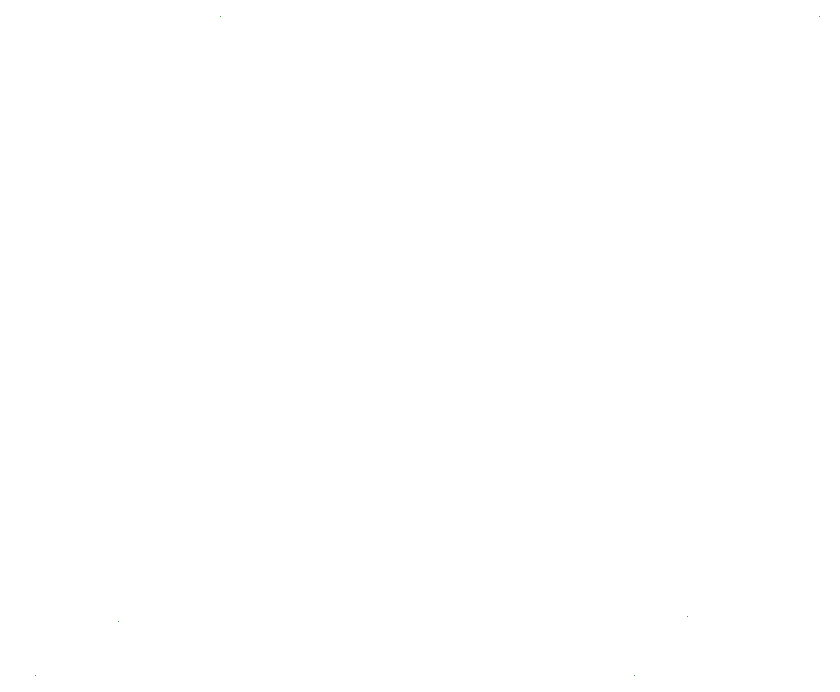
<source format=gbr>
G04*
G04 #@! TF.GenerationSoftware,Altium Limited,Altium Designer,25.0.2 (28)*
G04*
G04 Layer_Color=16711935*
%FSLAX44Y44*%
%MOMM*%
G71*
G04*
G04 #@! TF.SameCoordinates,8B6BD92A-2743-4FC7-A306-186CE1EE4446*
G04*
G04*
G04 #@! TF.FilePolarity,Positive*
G04*
G01*
G75*
G36*
X737505Y574140D02*
X736851D01*
Y574794D01*
X737505D01*
Y574140D01*
D02*
G37*
G36*
X229985D02*
X229331D01*
Y574794D01*
X229985D01*
Y574140D01*
D02*
G37*
G36*
X667314Y111843D02*
X667128D01*
Y112028D01*
X667314D01*
Y111843D01*
D02*
G37*
G36*
X159794D02*
X159608D01*
Y112028D01*
X159794D01*
Y111843D01*
D02*
G37*
G36*
X625680Y66521D02*
X625327D01*
Y66874D01*
X625680D01*
Y66521D01*
D02*
G37*
G36*
X118160D02*
X117807D01*
Y66874D01*
X118160D01*
Y66521D01*
D02*
G37*
G36*
X651209Y61972D02*
X650778D01*
Y62404D01*
X651209D01*
Y61972D01*
D02*
G37*
G36*
X143689D02*
X143258D01*
Y62404D01*
X143689D01*
Y61972D01*
D02*
G37*
G36*
X568059Y29403D02*
X567706D01*
Y29757D01*
X568059D01*
Y29403D01*
D02*
G37*
G36*
X60539D02*
X60186D01*
Y29757D01*
X60539D01*
Y29403D01*
D02*
G37*
G36*
X580834Y16639D02*
X580403D01*
Y17070D01*
X580834D01*
Y16639D01*
D02*
G37*
G36*
X73314D02*
X72883D01*
Y17070D01*
X73314D01*
Y16639D01*
D02*
G37*
M02*

</source>
